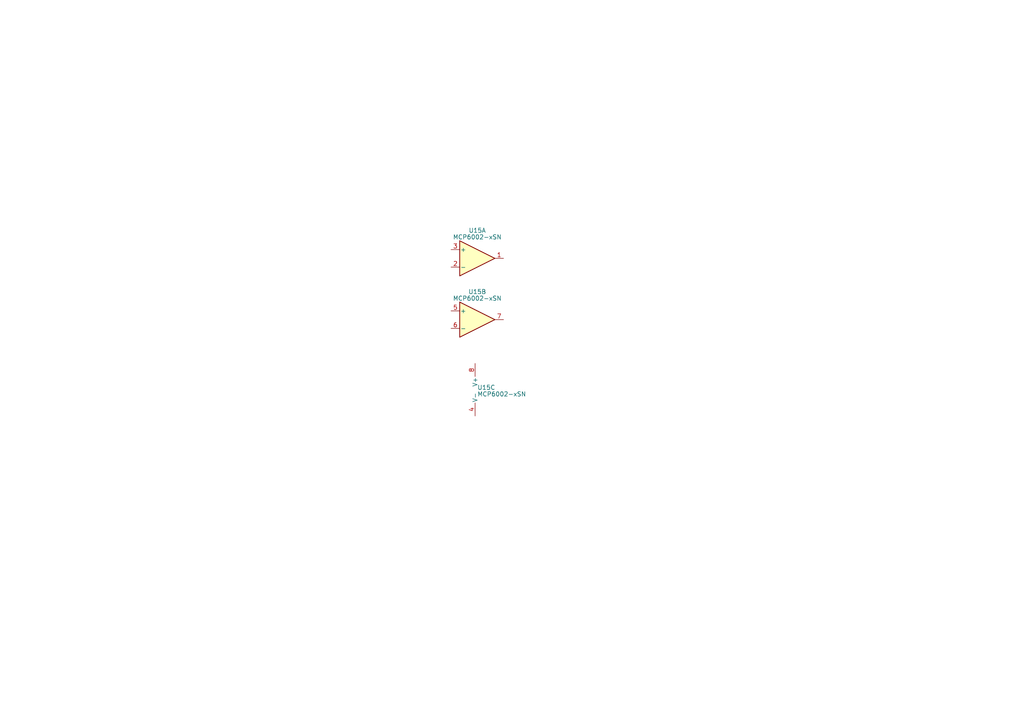
<source format=kicad_sch>
(kicad_sch (version 20230121) (generator eeschema)
  (paper "A4")
  (lib_symbols
    (symbol "Amplifier_Operational:MCP6002-xSN" (pin_names (offset 0.127))
      (property "Reference" "U" (at 0 5.08 0))
      (property "Value" "MCP6002-xSN" (at 0 -5.08 0))
      (symbol "MCP6002-xSN_1_1"
        (polyline (pts (xy -5.08 5.08) (xy 5.08 0) (xy -5.08 -5.08) (xy -5.08 5.08)) (stroke (width 0.254)) (fill (type background)))
        (pin output line (at 7.62 0 180) (length 2.54) (name "~") (number "1"))
        (pin input line (at -7.62 -2.54 0) (length 2.54) (name "-") (number "2"))
        (pin input line (at -7.62 2.54 0) (length 2.54) (name "+") (number "3"))
      )
      (symbol "MCP6002-xSN_2_1"
        (polyline (pts (xy -5.08 5.08) (xy 5.08 0) (xy -5.08 -5.08) (xy -5.08 5.08)) (stroke (width 0.254)) (fill (type background)))
        (pin input line (at -7.62 2.54 0) (length 2.54) (name "+") (number "5"))
        (pin input line (at -7.62 -2.54 0) (length 2.54) (name "-") (number "6"))
        (pin output line (at 7.62 0 180) (length 2.54) (name "~") (number "7"))
      )
      (symbol "MCP6002-xSN_3_1"
        (pin power_in line (at -2.54 -7.62 90) (length 3.81) (name "V-") (number "4"))
        (pin power_in line (at -2.54 7.62 270) (length 3.81) (name "V+") (number "8"))
      )
    )
  )
  (symbol (lib_id "Amplifier_Operational:MCP6002-xSN") (at 138.43 92.71 0) (unit 2)
    (property "Reference" "U15" (at 138.43 84.6201 0))
    (property "Value" "MCP6002-xSN" (at 138.43 86.5411 0))
    (property "Datasheet" "http://ww1.microchip.com/downloads/en/DeviceDoc/21733j.pdf" (effects hide))
  )
  (symbol (lib_id "Amplifier_Operational:MCP6002-xSN") (at 138.43 74.93 0) (unit 1)
    (property "Reference" "U15" (at 138.43 66.8401 0))
    (property "Value" "MCP6002-xSN" (at 138.43 68.7611 0))
    (property "Datasheet" "http://ww1.microchip.com/downloads/en/DeviceDoc/21733j.pdf" (effects hide))
  )
  (symbol (lib_id "Amplifier_Operational:MCP6002-xSN") (at 140.335 113.03 0) (unit 3)
    (property "Reference" "U15" (at 138.43 112.3863 0) (effects (justify left)))
    (property "Value" "MCP6002-xSN" (at 138.43 114.3073 0) (effects (justify left)))
    (property "Datasheet" "http://ww1.microchip.com/downloads/en/DeviceDoc/21733j.pdf" (effects hide))
  )
)
</source>
